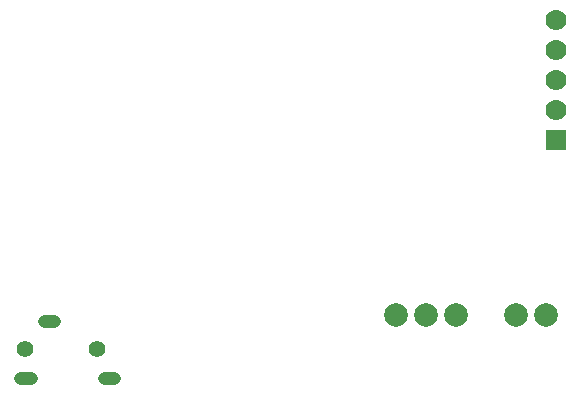
<source format=gbs>
G04 Layer: BottomSolderMaskLayer*
G04 EasyEDA v6.4.17, 2021-03-05T15:54:57+08:00*
G04 7810626ff2e9405a9b1361f117870e28,a0ab3b0d74464cd6b67425ecbf828b8b,10*
G04 Gerber Generator version 0.2*
G04 Scale: 100 percent, Rotated: No, Reflected: No *
G04 Dimensions in millimeters *
G04 leading zeros omitted , absolute positions ,4 integer and 5 decimal *
%FSLAX45Y45*%
%MOMM*%

%ADD37C,1.1032*%
%ADD38C,1.4032*%
%ADD42C,2.0032*%
%ADD45C,1.7780*%
%ADD46R,1.7780X1.7780*%

%LPD*%
D37*
X3356848Y4573270D02*
G01*
X3446846Y4573270D01*
X2847375Y5053329D02*
G01*
X2937372Y5053329D01*
X2650728Y4573574D02*
G01*
X2740728Y4573574D01*
D38*
G01*
X2694152Y4815789D03*
G01*
X3296056Y4815789D03*
D42*
G01*
X7099300Y5105400D03*
G01*
X6845300Y5105400D03*
G01*
X6337300Y5105400D03*
G01*
X5829300Y5105400D03*
G01*
X6083300Y5105400D03*
D45*
G01*
X7188200Y7607300D03*
G01*
X7188200Y7353300D03*
G01*
X7188200Y7099300D03*
G01*
X7188200Y6845300D03*
D46*
G01*
X7188200Y6591300D03*
M02*

</source>
